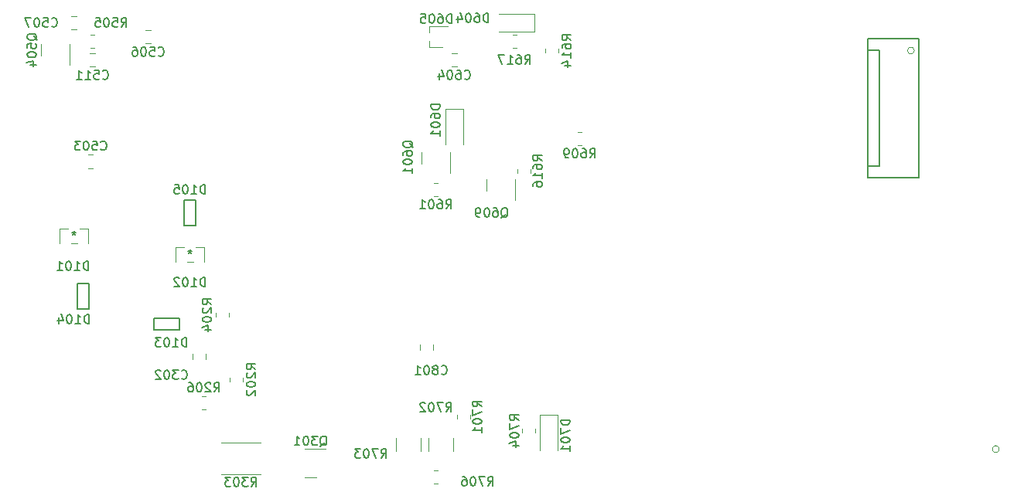
<source format=gbr>
%TF.GenerationSoftware,KiCad,Pcbnew,6.0.2+dfsg-1*%
%TF.CreationDate,2023-01-05T11:37:28-05:00*%
%TF.ProjectId,qwiic-obd,71776969-632d-46f6-9264-2e6b69636164,rev?*%
%TF.SameCoordinates,Original*%
%TF.FileFunction,Legend,Bot*%
%TF.FilePolarity,Positive*%
%FSLAX46Y46*%
G04 Gerber Fmt 4.6, Leading zero omitted, Abs format (unit mm)*
G04 Created by KiCad (PCBNEW 6.0.2+dfsg-1) date 2023-01-05 11:37:28*
%MOMM*%
%LPD*%
G01*
G04 APERTURE LIST*
%ADD10C,0.150000*%
%ADD11C,0.120000*%
%ADD12C,0.127000*%
%ADD13C,0.152400*%
G04 APERTURE END LIST*
D10*
%TO.C,R202*%
X133674380Y-111148952D02*
X133198190Y-110815619D01*
X133674380Y-110577523D02*
X132674380Y-110577523D01*
X132674380Y-110958476D01*
X132722000Y-111053714D01*
X132769619Y-111101333D01*
X132864857Y-111148952D01*
X133007714Y-111148952D01*
X133102952Y-111101333D01*
X133150571Y-111053714D01*
X133198190Y-110958476D01*
X133198190Y-110577523D01*
X132769619Y-111529904D02*
X132722000Y-111577523D01*
X132674380Y-111672761D01*
X132674380Y-111910857D01*
X132722000Y-112006095D01*
X132769619Y-112053714D01*
X132864857Y-112101333D01*
X132960095Y-112101333D01*
X133102952Y-112053714D01*
X133674380Y-111482285D01*
X133674380Y-112101333D01*
X132674380Y-112720380D02*
X132674380Y-112815619D01*
X132722000Y-112910857D01*
X132769619Y-112958476D01*
X132864857Y-113006095D01*
X133055333Y-113053714D01*
X133293428Y-113053714D01*
X133483904Y-113006095D01*
X133579142Y-112958476D01*
X133626761Y-112910857D01*
X133674380Y-112815619D01*
X133674380Y-112720380D01*
X133626761Y-112625142D01*
X133579142Y-112577523D01*
X133483904Y-112529904D01*
X133293428Y-112482285D01*
X133055333Y-112482285D01*
X132864857Y-112529904D01*
X132769619Y-112577523D01*
X132722000Y-112625142D01*
X132674380Y-112720380D01*
X132769619Y-113434666D02*
X132722000Y-113482285D01*
X132674380Y-113577523D01*
X132674380Y-113815619D01*
X132722000Y-113910857D01*
X132769619Y-113958476D01*
X132864857Y-114006095D01*
X132960095Y-114006095D01*
X133102952Y-113958476D01*
X133674380Y-113387047D01*
X133674380Y-114006095D01*
%TO.C,Q504*%
X109767619Y-75073880D02*
X109720000Y-74978642D01*
X109624761Y-74883404D01*
X109481904Y-74740547D01*
X109434285Y-74645309D01*
X109434285Y-74550071D01*
X109672380Y-74597690D02*
X109624761Y-74502452D01*
X109529523Y-74407214D01*
X109339047Y-74359595D01*
X109005714Y-74359595D01*
X108815238Y-74407214D01*
X108720000Y-74502452D01*
X108672380Y-74597690D01*
X108672380Y-74788166D01*
X108720000Y-74883404D01*
X108815238Y-74978642D01*
X109005714Y-75026261D01*
X109339047Y-75026261D01*
X109529523Y-74978642D01*
X109624761Y-74883404D01*
X109672380Y-74788166D01*
X109672380Y-74597690D01*
X108672380Y-75931023D02*
X108672380Y-75454833D01*
X109148571Y-75407214D01*
X109100952Y-75454833D01*
X109053333Y-75550071D01*
X109053333Y-75788166D01*
X109100952Y-75883404D01*
X109148571Y-75931023D01*
X109243809Y-75978642D01*
X109481904Y-75978642D01*
X109577142Y-75931023D01*
X109624761Y-75883404D01*
X109672380Y-75788166D01*
X109672380Y-75550071D01*
X109624761Y-75454833D01*
X109577142Y-75407214D01*
X108672380Y-76597690D02*
X108672380Y-76692928D01*
X108720000Y-76788166D01*
X108767619Y-76835785D01*
X108862857Y-76883404D01*
X109053333Y-76931023D01*
X109291428Y-76931023D01*
X109481904Y-76883404D01*
X109577142Y-76835785D01*
X109624761Y-76788166D01*
X109672380Y-76692928D01*
X109672380Y-76597690D01*
X109624761Y-76502452D01*
X109577142Y-76454833D01*
X109481904Y-76407214D01*
X109291428Y-76359595D01*
X109053333Y-76359595D01*
X108862857Y-76407214D01*
X108767619Y-76454833D01*
X108720000Y-76502452D01*
X108672380Y-76597690D01*
X109005714Y-77788166D02*
X109672380Y-77788166D01*
X108624761Y-77550071D02*
X109339047Y-77311976D01*
X109339047Y-77931023D01*
%TO.C,D101*%
X115386276Y-100275980D02*
X115386276Y-99275980D01*
X115148180Y-99275980D01*
X115005323Y-99323600D01*
X114910085Y-99418838D01*
X114862466Y-99514076D01*
X114814847Y-99704552D01*
X114814847Y-99847409D01*
X114862466Y-100037885D01*
X114910085Y-100133123D01*
X115005323Y-100228361D01*
X115148180Y-100275980D01*
X115386276Y-100275980D01*
X113862466Y-100275980D02*
X114433895Y-100275980D01*
X114148180Y-100275980D02*
X114148180Y-99275980D01*
X114243419Y-99418838D01*
X114338657Y-99514076D01*
X114433895Y-99561695D01*
X113243419Y-99275980D02*
X113148180Y-99275980D01*
X113052942Y-99323600D01*
X113005323Y-99371219D01*
X112957704Y-99466457D01*
X112910085Y-99656933D01*
X112910085Y-99895028D01*
X112957704Y-100085504D01*
X113005323Y-100180742D01*
X113052942Y-100228361D01*
X113148180Y-100275980D01*
X113243419Y-100275980D01*
X113338657Y-100228361D01*
X113386276Y-100180742D01*
X113433895Y-100085504D01*
X113481514Y-99895028D01*
X113481514Y-99656933D01*
X113433895Y-99466457D01*
X113386276Y-99371219D01*
X113338657Y-99323600D01*
X113243419Y-99275980D01*
X111957704Y-100275980D02*
X112529133Y-100275980D01*
X112243419Y-100275980D02*
X112243419Y-99275980D01*
X112338657Y-99418838D01*
X112433895Y-99514076D01*
X112529133Y-99561695D01*
X113792000Y-95972380D02*
X113792000Y-96210476D01*
X114030095Y-96115238D02*
X113792000Y-96210476D01*
X113553904Y-96115238D01*
X113934857Y-96400952D02*
X113792000Y-96210476D01*
X113649142Y-96400952D01*
%TO.C,Q609*%
X160559619Y-94527619D02*
X160654857Y-94480000D01*
X160750095Y-94384761D01*
X160892952Y-94241904D01*
X160988190Y-94194285D01*
X161083428Y-94194285D01*
X161035809Y-94432380D02*
X161131047Y-94384761D01*
X161226285Y-94289523D01*
X161273904Y-94099047D01*
X161273904Y-93765714D01*
X161226285Y-93575238D01*
X161131047Y-93480000D01*
X161035809Y-93432380D01*
X160845333Y-93432380D01*
X160750095Y-93480000D01*
X160654857Y-93575238D01*
X160607238Y-93765714D01*
X160607238Y-94099047D01*
X160654857Y-94289523D01*
X160750095Y-94384761D01*
X160845333Y-94432380D01*
X161035809Y-94432380D01*
X159750095Y-93432380D02*
X159940571Y-93432380D01*
X160035809Y-93480000D01*
X160083428Y-93527619D01*
X160178666Y-93670476D01*
X160226285Y-93860952D01*
X160226285Y-94241904D01*
X160178666Y-94337142D01*
X160131047Y-94384761D01*
X160035809Y-94432380D01*
X159845333Y-94432380D01*
X159750095Y-94384761D01*
X159702476Y-94337142D01*
X159654857Y-94241904D01*
X159654857Y-94003809D01*
X159702476Y-93908571D01*
X159750095Y-93860952D01*
X159845333Y-93813333D01*
X160035809Y-93813333D01*
X160131047Y-93860952D01*
X160178666Y-93908571D01*
X160226285Y-94003809D01*
X159035809Y-93432380D02*
X158940571Y-93432380D01*
X158845333Y-93480000D01*
X158797714Y-93527619D01*
X158750095Y-93622857D01*
X158702476Y-93813333D01*
X158702476Y-94051428D01*
X158750095Y-94241904D01*
X158797714Y-94337142D01*
X158845333Y-94384761D01*
X158940571Y-94432380D01*
X159035809Y-94432380D01*
X159131047Y-94384761D01*
X159178666Y-94337142D01*
X159226285Y-94241904D01*
X159273904Y-94051428D01*
X159273904Y-93813333D01*
X159226285Y-93622857D01*
X159178666Y-93527619D01*
X159131047Y-93480000D01*
X159035809Y-93432380D01*
X158226285Y-94432380D02*
X158035809Y-94432380D01*
X157940571Y-94384761D01*
X157892952Y-94337142D01*
X157797714Y-94194285D01*
X157750095Y-94003809D01*
X157750095Y-93622857D01*
X157797714Y-93527619D01*
X157845333Y-93480000D01*
X157940571Y-93432380D01*
X158131047Y-93432380D01*
X158226285Y-93480000D01*
X158273904Y-93527619D01*
X158321523Y-93622857D01*
X158321523Y-93860952D01*
X158273904Y-93956190D01*
X158226285Y-94003809D01*
X158131047Y-94051428D01*
X157940571Y-94051428D01*
X157845333Y-94003809D01*
X157797714Y-93956190D01*
X157750095Y-93860952D01*
%TO.C,D103*%
X126150476Y-108656380D02*
X126150476Y-107656380D01*
X125912380Y-107656380D01*
X125769523Y-107704000D01*
X125674285Y-107799238D01*
X125626666Y-107894476D01*
X125579047Y-108084952D01*
X125579047Y-108227809D01*
X125626666Y-108418285D01*
X125674285Y-108513523D01*
X125769523Y-108608761D01*
X125912380Y-108656380D01*
X126150476Y-108656380D01*
X124626666Y-108656380D02*
X125198095Y-108656380D01*
X124912380Y-108656380D02*
X124912380Y-107656380D01*
X125007619Y-107799238D01*
X125102857Y-107894476D01*
X125198095Y-107942095D01*
X124007619Y-107656380D02*
X123912380Y-107656380D01*
X123817142Y-107704000D01*
X123769523Y-107751619D01*
X123721904Y-107846857D01*
X123674285Y-108037333D01*
X123674285Y-108275428D01*
X123721904Y-108465904D01*
X123769523Y-108561142D01*
X123817142Y-108608761D01*
X123912380Y-108656380D01*
X124007619Y-108656380D01*
X124102857Y-108608761D01*
X124150476Y-108561142D01*
X124198095Y-108465904D01*
X124245714Y-108275428D01*
X124245714Y-108037333D01*
X124198095Y-107846857D01*
X124150476Y-107751619D01*
X124102857Y-107704000D01*
X124007619Y-107656380D01*
X123340952Y-107656380D02*
X122721904Y-107656380D01*
X123055238Y-108037333D01*
X122912380Y-108037333D01*
X122817142Y-108084952D01*
X122769523Y-108132571D01*
X122721904Y-108227809D01*
X122721904Y-108465904D01*
X122769523Y-108561142D01*
X122817142Y-108608761D01*
X122912380Y-108656380D01*
X123198095Y-108656380D01*
X123293333Y-108608761D01*
X123340952Y-108561142D01*
%TO.C,Q301*%
X140747619Y-119559619D02*
X140842857Y-119512000D01*
X140938095Y-119416761D01*
X141080952Y-119273904D01*
X141176190Y-119226285D01*
X141271428Y-119226285D01*
X141223809Y-119464380D02*
X141319047Y-119416761D01*
X141414285Y-119321523D01*
X141461904Y-119131047D01*
X141461904Y-118797714D01*
X141414285Y-118607238D01*
X141319047Y-118512000D01*
X141223809Y-118464380D01*
X141033333Y-118464380D01*
X140938095Y-118512000D01*
X140842857Y-118607238D01*
X140795238Y-118797714D01*
X140795238Y-119131047D01*
X140842857Y-119321523D01*
X140938095Y-119416761D01*
X141033333Y-119464380D01*
X141223809Y-119464380D01*
X140461904Y-118464380D02*
X139842857Y-118464380D01*
X140176190Y-118845333D01*
X140033333Y-118845333D01*
X139938095Y-118892952D01*
X139890476Y-118940571D01*
X139842857Y-119035809D01*
X139842857Y-119273904D01*
X139890476Y-119369142D01*
X139938095Y-119416761D01*
X140033333Y-119464380D01*
X140319047Y-119464380D01*
X140414285Y-119416761D01*
X140461904Y-119369142D01*
X139223809Y-118464380D02*
X139128571Y-118464380D01*
X139033333Y-118512000D01*
X138985714Y-118559619D01*
X138938095Y-118654857D01*
X138890476Y-118845333D01*
X138890476Y-119083428D01*
X138938095Y-119273904D01*
X138985714Y-119369142D01*
X139033333Y-119416761D01*
X139128571Y-119464380D01*
X139223809Y-119464380D01*
X139319047Y-119416761D01*
X139366666Y-119369142D01*
X139414285Y-119273904D01*
X139461904Y-119083428D01*
X139461904Y-118845333D01*
X139414285Y-118654857D01*
X139366666Y-118559619D01*
X139319047Y-118512000D01*
X139223809Y-118464380D01*
X137938095Y-119464380D02*
X138509523Y-119464380D01*
X138223809Y-119464380D02*
X138223809Y-118464380D01*
X138319047Y-118607238D01*
X138414285Y-118702476D01*
X138509523Y-118750095D01*
%TO.C,C302*%
X125579047Y-112117142D02*
X125626666Y-112164761D01*
X125769523Y-112212380D01*
X125864761Y-112212380D01*
X126007619Y-112164761D01*
X126102857Y-112069523D01*
X126150476Y-111974285D01*
X126198095Y-111783809D01*
X126198095Y-111640952D01*
X126150476Y-111450476D01*
X126102857Y-111355238D01*
X126007619Y-111260000D01*
X125864761Y-111212380D01*
X125769523Y-111212380D01*
X125626666Y-111260000D01*
X125579047Y-111307619D01*
X125245714Y-111212380D02*
X124626666Y-111212380D01*
X124960000Y-111593333D01*
X124817142Y-111593333D01*
X124721904Y-111640952D01*
X124674285Y-111688571D01*
X124626666Y-111783809D01*
X124626666Y-112021904D01*
X124674285Y-112117142D01*
X124721904Y-112164761D01*
X124817142Y-112212380D01*
X125102857Y-112212380D01*
X125198095Y-112164761D01*
X125245714Y-112117142D01*
X124007619Y-111212380D02*
X123912380Y-111212380D01*
X123817142Y-111260000D01*
X123769523Y-111307619D01*
X123721904Y-111402857D01*
X123674285Y-111593333D01*
X123674285Y-111831428D01*
X123721904Y-112021904D01*
X123769523Y-112117142D01*
X123817142Y-112164761D01*
X123912380Y-112212380D01*
X124007619Y-112212380D01*
X124102857Y-112164761D01*
X124150476Y-112117142D01*
X124198095Y-112021904D01*
X124245714Y-111831428D01*
X124245714Y-111593333D01*
X124198095Y-111402857D01*
X124150476Y-111307619D01*
X124102857Y-111260000D01*
X124007619Y-111212380D01*
X123293333Y-111307619D02*
X123245714Y-111260000D01*
X123150476Y-111212380D01*
X122912380Y-111212380D01*
X122817142Y-111260000D01*
X122769523Y-111307619D01*
X122721904Y-111402857D01*
X122721904Y-111498095D01*
X122769523Y-111640952D01*
X123340952Y-112212380D01*
X122721904Y-112212380D01*
%TO.C,R706*%
X159107047Y-123896380D02*
X159440380Y-123420190D01*
X159678476Y-123896380D02*
X159678476Y-122896380D01*
X159297523Y-122896380D01*
X159202285Y-122944000D01*
X159154666Y-122991619D01*
X159107047Y-123086857D01*
X159107047Y-123229714D01*
X159154666Y-123324952D01*
X159202285Y-123372571D01*
X159297523Y-123420190D01*
X159678476Y-123420190D01*
X158773714Y-122896380D02*
X158107047Y-122896380D01*
X158535619Y-123896380D01*
X157535619Y-122896380D02*
X157440380Y-122896380D01*
X157345142Y-122944000D01*
X157297523Y-122991619D01*
X157249904Y-123086857D01*
X157202285Y-123277333D01*
X157202285Y-123515428D01*
X157249904Y-123705904D01*
X157297523Y-123801142D01*
X157345142Y-123848761D01*
X157440380Y-123896380D01*
X157535619Y-123896380D01*
X157630857Y-123848761D01*
X157678476Y-123801142D01*
X157726095Y-123705904D01*
X157773714Y-123515428D01*
X157773714Y-123277333D01*
X157726095Y-123086857D01*
X157678476Y-122991619D01*
X157630857Y-122944000D01*
X157535619Y-122896380D01*
X156345142Y-122896380D02*
X156535619Y-122896380D01*
X156630857Y-122944000D01*
X156678476Y-122991619D01*
X156773714Y-123134476D01*
X156821333Y-123324952D01*
X156821333Y-123705904D01*
X156773714Y-123801142D01*
X156726095Y-123848761D01*
X156630857Y-123896380D01*
X156440380Y-123896380D01*
X156345142Y-123848761D01*
X156297523Y-123801142D01*
X156249904Y-123705904D01*
X156249904Y-123467809D01*
X156297523Y-123372571D01*
X156345142Y-123324952D01*
X156440380Y-123277333D01*
X156630857Y-123277333D01*
X156726095Y-123324952D01*
X156773714Y-123372571D01*
X156821333Y-123467809D01*
%TO.C,C506*%
X123039047Y-76713142D02*
X123086666Y-76760761D01*
X123229523Y-76808380D01*
X123324761Y-76808380D01*
X123467619Y-76760761D01*
X123562857Y-76665523D01*
X123610476Y-76570285D01*
X123658095Y-76379809D01*
X123658095Y-76236952D01*
X123610476Y-76046476D01*
X123562857Y-75951238D01*
X123467619Y-75856000D01*
X123324761Y-75808380D01*
X123229523Y-75808380D01*
X123086666Y-75856000D01*
X123039047Y-75903619D01*
X122134285Y-75808380D02*
X122610476Y-75808380D01*
X122658095Y-76284571D01*
X122610476Y-76236952D01*
X122515238Y-76189333D01*
X122277142Y-76189333D01*
X122181904Y-76236952D01*
X122134285Y-76284571D01*
X122086666Y-76379809D01*
X122086666Y-76617904D01*
X122134285Y-76713142D01*
X122181904Y-76760761D01*
X122277142Y-76808380D01*
X122515238Y-76808380D01*
X122610476Y-76760761D01*
X122658095Y-76713142D01*
X121467619Y-75808380D02*
X121372380Y-75808380D01*
X121277142Y-75856000D01*
X121229523Y-75903619D01*
X121181904Y-75998857D01*
X121134285Y-76189333D01*
X121134285Y-76427428D01*
X121181904Y-76617904D01*
X121229523Y-76713142D01*
X121277142Y-76760761D01*
X121372380Y-76808380D01*
X121467619Y-76808380D01*
X121562857Y-76760761D01*
X121610476Y-76713142D01*
X121658095Y-76617904D01*
X121705714Y-76427428D01*
X121705714Y-76189333D01*
X121658095Y-75998857D01*
X121610476Y-75903619D01*
X121562857Y-75856000D01*
X121467619Y-75808380D01*
X120277142Y-75808380D02*
X120467619Y-75808380D01*
X120562857Y-75856000D01*
X120610476Y-75903619D01*
X120705714Y-76046476D01*
X120753333Y-76236952D01*
X120753333Y-76617904D01*
X120705714Y-76713142D01*
X120658095Y-76760761D01*
X120562857Y-76808380D01*
X120372380Y-76808380D01*
X120277142Y-76760761D01*
X120229523Y-76713142D01*
X120181904Y-76617904D01*
X120181904Y-76379809D01*
X120229523Y-76284571D01*
X120277142Y-76236952D01*
X120372380Y-76189333D01*
X120562857Y-76189333D01*
X120658095Y-76236952D01*
X120705714Y-76284571D01*
X120753333Y-76379809D01*
%TO.C,R204*%
X128850380Y-104036952D02*
X128374190Y-103703619D01*
X128850380Y-103465523D02*
X127850380Y-103465523D01*
X127850380Y-103846476D01*
X127898000Y-103941714D01*
X127945619Y-103989333D01*
X128040857Y-104036952D01*
X128183714Y-104036952D01*
X128278952Y-103989333D01*
X128326571Y-103941714D01*
X128374190Y-103846476D01*
X128374190Y-103465523D01*
X127945619Y-104417904D02*
X127898000Y-104465523D01*
X127850380Y-104560761D01*
X127850380Y-104798857D01*
X127898000Y-104894095D01*
X127945619Y-104941714D01*
X128040857Y-104989333D01*
X128136095Y-104989333D01*
X128278952Y-104941714D01*
X128850380Y-104370285D01*
X128850380Y-104989333D01*
X127850380Y-105608380D02*
X127850380Y-105703619D01*
X127898000Y-105798857D01*
X127945619Y-105846476D01*
X128040857Y-105894095D01*
X128231333Y-105941714D01*
X128469428Y-105941714D01*
X128659904Y-105894095D01*
X128755142Y-105846476D01*
X128802761Y-105798857D01*
X128850380Y-105703619D01*
X128850380Y-105608380D01*
X128802761Y-105513142D01*
X128755142Y-105465523D01*
X128659904Y-105417904D01*
X128469428Y-105370285D01*
X128231333Y-105370285D01*
X128040857Y-105417904D01*
X127945619Y-105465523D01*
X127898000Y-105513142D01*
X127850380Y-105608380D01*
X128183714Y-106798857D02*
X128850380Y-106798857D01*
X127802761Y-106560761D02*
X128517047Y-106322666D01*
X128517047Y-106941714D01*
%TO.C,R206*%
X129135047Y-113610380D02*
X129468380Y-113134190D01*
X129706476Y-113610380D02*
X129706476Y-112610380D01*
X129325523Y-112610380D01*
X129230285Y-112658000D01*
X129182666Y-112705619D01*
X129135047Y-112800857D01*
X129135047Y-112943714D01*
X129182666Y-113038952D01*
X129230285Y-113086571D01*
X129325523Y-113134190D01*
X129706476Y-113134190D01*
X128754095Y-112705619D02*
X128706476Y-112658000D01*
X128611238Y-112610380D01*
X128373142Y-112610380D01*
X128277904Y-112658000D01*
X128230285Y-112705619D01*
X128182666Y-112800857D01*
X128182666Y-112896095D01*
X128230285Y-113038952D01*
X128801714Y-113610380D01*
X128182666Y-113610380D01*
X127563619Y-112610380D02*
X127468380Y-112610380D01*
X127373142Y-112658000D01*
X127325523Y-112705619D01*
X127277904Y-112800857D01*
X127230285Y-112991333D01*
X127230285Y-113229428D01*
X127277904Y-113419904D01*
X127325523Y-113515142D01*
X127373142Y-113562761D01*
X127468380Y-113610380D01*
X127563619Y-113610380D01*
X127658857Y-113562761D01*
X127706476Y-113515142D01*
X127754095Y-113419904D01*
X127801714Y-113229428D01*
X127801714Y-112991333D01*
X127754095Y-112800857D01*
X127706476Y-112705619D01*
X127658857Y-112658000D01*
X127563619Y-112610380D01*
X126373142Y-112610380D02*
X126563619Y-112610380D01*
X126658857Y-112658000D01*
X126706476Y-112705619D01*
X126801714Y-112848476D01*
X126849333Y-113038952D01*
X126849333Y-113419904D01*
X126801714Y-113515142D01*
X126754095Y-113562761D01*
X126658857Y-113610380D01*
X126468380Y-113610380D01*
X126373142Y-113562761D01*
X126325523Y-113515142D01*
X126277904Y-113419904D01*
X126277904Y-113181809D01*
X126325523Y-113086571D01*
X126373142Y-113038952D01*
X126468380Y-112991333D01*
X126658857Y-112991333D01*
X126754095Y-113038952D01*
X126801714Y-113086571D01*
X126849333Y-113181809D01*
%TO.C,D104*%
X115482476Y-106116380D02*
X115482476Y-105116380D01*
X115244380Y-105116380D01*
X115101523Y-105164000D01*
X115006285Y-105259238D01*
X114958666Y-105354476D01*
X114911047Y-105544952D01*
X114911047Y-105687809D01*
X114958666Y-105878285D01*
X115006285Y-105973523D01*
X115101523Y-106068761D01*
X115244380Y-106116380D01*
X115482476Y-106116380D01*
X113958666Y-106116380D02*
X114530095Y-106116380D01*
X114244380Y-106116380D02*
X114244380Y-105116380D01*
X114339619Y-105259238D01*
X114434857Y-105354476D01*
X114530095Y-105402095D01*
X113339619Y-105116380D02*
X113244380Y-105116380D01*
X113149142Y-105164000D01*
X113101523Y-105211619D01*
X113053904Y-105306857D01*
X113006285Y-105497333D01*
X113006285Y-105735428D01*
X113053904Y-105925904D01*
X113101523Y-106021142D01*
X113149142Y-106068761D01*
X113244380Y-106116380D01*
X113339619Y-106116380D01*
X113434857Y-106068761D01*
X113482476Y-106021142D01*
X113530095Y-105925904D01*
X113577714Y-105735428D01*
X113577714Y-105497333D01*
X113530095Y-105306857D01*
X113482476Y-105211619D01*
X113434857Y-105164000D01*
X113339619Y-105116380D01*
X112149142Y-105449714D02*
X112149142Y-106116380D01*
X112387238Y-105068761D02*
X112625333Y-105783047D01*
X112006285Y-105783047D01*
%TO.C,R617*%
X163171047Y-77668380D02*
X163504380Y-77192190D01*
X163742476Y-77668380D02*
X163742476Y-76668380D01*
X163361523Y-76668380D01*
X163266285Y-76716000D01*
X163218666Y-76763619D01*
X163171047Y-76858857D01*
X163171047Y-77001714D01*
X163218666Y-77096952D01*
X163266285Y-77144571D01*
X163361523Y-77192190D01*
X163742476Y-77192190D01*
X162313904Y-76668380D02*
X162504380Y-76668380D01*
X162599619Y-76716000D01*
X162647238Y-76763619D01*
X162742476Y-76906476D01*
X162790095Y-77096952D01*
X162790095Y-77477904D01*
X162742476Y-77573142D01*
X162694857Y-77620761D01*
X162599619Y-77668380D01*
X162409142Y-77668380D01*
X162313904Y-77620761D01*
X162266285Y-77573142D01*
X162218666Y-77477904D01*
X162218666Y-77239809D01*
X162266285Y-77144571D01*
X162313904Y-77096952D01*
X162409142Y-77049333D01*
X162599619Y-77049333D01*
X162694857Y-77096952D01*
X162742476Y-77144571D01*
X162790095Y-77239809D01*
X161266285Y-77668380D02*
X161837714Y-77668380D01*
X161552000Y-77668380D02*
X161552000Y-76668380D01*
X161647238Y-76811238D01*
X161742476Y-76906476D01*
X161837714Y-76954095D01*
X160932952Y-76668380D02*
X160266285Y-76668380D01*
X160694857Y-77668380D01*
%TO.C,D604*%
X159170476Y-73096380D02*
X159170476Y-72096380D01*
X158932380Y-72096380D01*
X158789523Y-72144000D01*
X158694285Y-72239238D01*
X158646666Y-72334476D01*
X158599047Y-72524952D01*
X158599047Y-72667809D01*
X158646666Y-72858285D01*
X158694285Y-72953523D01*
X158789523Y-73048761D01*
X158932380Y-73096380D01*
X159170476Y-73096380D01*
X157741904Y-72096380D02*
X157932380Y-72096380D01*
X158027619Y-72144000D01*
X158075238Y-72191619D01*
X158170476Y-72334476D01*
X158218095Y-72524952D01*
X158218095Y-72905904D01*
X158170476Y-73001142D01*
X158122857Y-73048761D01*
X158027619Y-73096380D01*
X157837142Y-73096380D01*
X157741904Y-73048761D01*
X157694285Y-73001142D01*
X157646666Y-72905904D01*
X157646666Y-72667809D01*
X157694285Y-72572571D01*
X157741904Y-72524952D01*
X157837142Y-72477333D01*
X158027619Y-72477333D01*
X158122857Y-72524952D01*
X158170476Y-72572571D01*
X158218095Y-72667809D01*
X157027619Y-72096380D02*
X156932380Y-72096380D01*
X156837142Y-72144000D01*
X156789523Y-72191619D01*
X156741904Y-72286857D01*
X156694285Y-72477333D01*
X156694285Y-72715428D01*
X156741904Y-72905904D01*
X156789523Y-73001142D01*
X156837142Y-73048761D01*
X156932380Y-73096380D01*
X157027619Y-73096380D01*
X157122857Y-73048761D01*
X157170476Y-73001142D01*
X157218095Y-72905904D01*
X157265714Y-72715428D01*
X157265714Y-72477333D01*
X157218095Y-72286857D01*
X157170476Y-72191619D01*
X157122857Y-72144000D01*
X157027619Y-72096380D01*
X155837142Y-72429714D02*
X155837142Y-73096380D01*
X156075238Y-72048761D02*
X156313333Y-72763047D01*
X155694285Y-72763047D01*
%TO.C,R614*%
X168218380Y-75080952D02*
X167742190Y-74747619D01*
X168218380Y-74509523D02*
X167218380Y-74509523D01*
X167218380Y-74890476D01*
X167266000Y-74985714D01*
X167313619Y-75033333D01*
X167408857Y-75080952D01*
X167551714Y-75080952D01*
X167646952Y-75033333D01*
X167694571Y-74985714D01*
X167742190Y-74890476D01*
X167742190Y-74509523D01*
X167218380Y-75938095D02*
X167218380Y-75747619D01*
X167266000Y-75652380D01*
X167313619Y-75604761D01*
X167456476Y-75509523D01*
X167646952Y-75461904D01*
X168027904Y-75461904D01*
X168123142Y-75509523D01*
X168170761Y-75557142D01*
X168218380Y-75652380D01*
X168218380Y-75842857D01*
X168170761Y-75938095D01*
X168123142Y-75985714D01*
X168027904Y-76033333D01*
X167789809Y-76033333D01*
X167694571Y-75985714D01*
X167646952Y-75938095D01*
X167599333Y-75842857D01*
X167599333Y-75652380D01*
X167646952Y-75557142D01*
X167694571Y-75509523D01*
X167789809Y-75461904D01*
X168218380Y-76985714D02*
X168218380Y-76414285D01*
X168218380Y-76700000D02*
X167218380Y-76700000D01*
X167361238Y-76604761D01*
X167456476Y-76509523D01*
X167504095Y-76414285D01*
X167551714Y-77842857D02*
X168218380Y-77842857D01*
X167170761Y-77604761D02*
X167885047Y-77366666D01*
X167885047Y-77985714D01*
%TO.C,D105*%
X128182476Y-91892380D02*
X128182476Y-90892380D01*
X127944380Y-90892380D01*
X127801523Y-90940000D01*
X127706285Y-91035238D01*
X127658666Y-91130476D01*
X127611047Y-91320952D01*
X127611047Y-91463809D01*
X127658666Y-91654285D01*
X127706285Y-91749523D01*
X127801523Y-91844761D01*
X127944380Y-91892380D01*
X128182476Y-91892380D01*
X126658666Y-91892380D02*
X127230095Y-91892380D01*
X126944380Y-91892380D02*
X126944380Y-90892380D01*
X127039619Y-91035238D01*
X127134857Y-91130476D01*
X127230095Y-91178095D01*
X126039619Y-90892380D02*
X125944380Y-90892380D01*
X125849142Y-90940000D01*
X125801523Y-90987619D01*
X125753904Y-91082857D01*
X125706285Y-91273333D01*
X125706285Y-91511428D01*
X125753904Y-91701904D01*
X125801523Y-91797142D01*
X125849142Y-91844761D01*
X125944380Y-91892380D01*
X126039619Y-91892380D01*
X126134857Y-91844761D01*
X126182476Y-91797142D01*
X126230095Y-91701904D01*
X126277714Y-91511428D01*
X126277714Y-91273333D01*
X126230095Y-91082857D01*
X126182476Y-90987619D01*
X126134857Y-90940000D01*
X126039619Y-90892380D01*
X124801523Y-90892380D02*
X125277714Y-90892380D01*
X125325333Y-91368571D01*
X125277714Y-91320952D01*
X125182476Y-91273333D01*
X124944380Y-91273333D01*
X124849142Y-91320952D01*
X124801523Y-91368571D01*
X124753904Y-91463809D01*
X124753904Y-91701904D01*
X124801523Y-91797142D01*
X124849142Y-91844761D01*
X124944380Y-91892380D01*
X125182476Y-91892380D01*
X125277714Y-91844761D01*
X125325333Y-91797142D01*
%TO.C,C604*%
X156567047Y-79253142D02*
X156614666Y-79300761D01*
X156757523Y-79348380D01*
X156852761Y-79348380D01*
X156995619Y-79300761D01*
X157090857Y-79205523D01*
X157138476Y-79110285D01*
X157186095Y-78919809D01*
X157186095Y-78776952D01*
X157138476Y-78586476D01*
X157090857Y-78491238D01*
X156995619Y-78396000D01*
X156852761Y-78348380D01*
X156757523Y-78348380D01*
X156614666Y-78396000D01*
X156567047Y-78443619D01*
X155709904Y-78348380D02*
X155900380Y-78348380D01*
X155995619Y-78396000D01*
X156043238Y-78443619D01*
X156138476Y-78586476D01*
X156186095Y-78776952D01*
X156186095Y-79157904D01*
X156138476Y-79253142D01*
X156090857Y-79300761D01*
X155995619Y-79348380D01*
X155805142Y-79348380D01*
X155709904Y-79300761D01*
X155662285Y-79253142D01*
X155614666Y-79157904D01*
X155614666Y-78919809D01*
X155662285Y-78824571D01*
X155709904Y-78776952D01*
X155805142Y-78729333D01*
X155995619Y-78729333D01*
X156090857Y-78776952D01*
X156138476Y-78824571D01*
X156186095Y-78919809D01*
X154995619Y-78348380D02*
X154900380Y-78348380D01*
X154805142Y-78396000D01*
X154757523Y-78443619D01*
X154709904Y-78538857D01*
X154662285Y-78729333D01*
X154662285Y-78967428D01*
X154709904Y-79157904D01*
X154757523Y-79253142D01*
X154805142Y-79300761D01*
X154900380Y-79348380D01*
X154995619Y-79348380D01*
X155090857Y-79300761D01*
X155138476Y-79253142D01*
X155186095Y-79157904D01*
X155233714Y-78967428D01*
X155233714Y-78729333D01*
X155186095Y-78538857D01*
X155138476Y-78443619D01*
X155090857Y-78396000D01*
X154995619Y-78348380D01*
X153805142Y-78681714D02*
X153805142Y-79348380D01*
X154043238Y-78300761D02*
X154281333Y-79015047D01*
X153662285Y-79015047D01*
%TO.C,D605*%
X155156476Y-73178380D02*
X155156476Y-72178380D01*
X154918380Y-72178380D01*
X154775523Y-72226000D01*
X154680285Y-72321238D01*
X154632666Y-72416476D01*
X154585047Y-72606952D01*
X154585047Y-72749809D01*
X154632666Y-72940285D01*
X154680285Y-73035523D01*
X154775523Y-73130761D01*
X154918380Y-73178380D01*
X155156476Y-73178380D01*
X153727904Y-72178380D02*
X153918380Y-72178380D01*
X154013619Y-72226000D01*
X154061238Y-72273619D01*
X154156476Y-72416476D01*
X154204095Y-72606952D01*
X154204095Y-72987904D01*
X154156476Y-73083142D01*
X154108857Y-73130761D01*
X154013619Y-73178380D01*
X153823142Y-73178380D01*
X153727904Y-73130761D01*
X153680285Y-73083142D01*
X153632666Y-72987904D01*
X153632666Y-72749809D01*
X153680285Y-72654571D01*
X153727904Y-72606952D01*
X153823142Y-72559333D01*
X154013619Y-72559333D01*
X154108857Y-72606952D01*
X154156476Y-72654571D01*
X154204095Y-72749809D01*
X153013619Y-72178380D02*
X152918380Y-72178380D01*
X152823142Y-72226000D01*
X152775523Y-72273619D01*
X152727904Y-72368857D01*
X152680285Y-72559333D01*
X152680285Y-72797428D01*
X152727904Y-72987904D01*
X152775523Y-73083142D01*
X152823142Y-73130761D01*
X152918380Y-73178380D01*
X153013619Y-73178380D01*
X153108857Y-73130761D01*
X153156476Y-73083142D01*
X153204095Y-72987904D01*
X153251714Y-72797428D01*
X153251714Y-72559333D01*
X153204095Y-72368857D01*
X153156476Y-72273619D01*
X153108857Y-72226000D01*
X153013619Y-72178380D01*
X151775523Y-72178380D02*
X152251714Y-72178380D01*
X152299333Y-72654571D01*
X152251714Y-72606952D01*
X152156476Y-72559333D01*
X151918380Y-72559333D01*
X151823142Y-72606952D01*
X151775523Y-72654571D01*
X151727904Y-72749809D01*
X151727904Y-72987904D01*
X151775523Y-73083142D01*
X151823142Y-73130761D01*
X151918380Y-73178380D01*
X152156476Y-73178380D01*
X152251714Y-73130761D01*
X152299333Y-73083142D01*
%TO.C,R601*%
X154535047Y-93542380D02*
X154868380Y-93066190D01*
X155106476Y-93542380D02*
X155106476Y-92542380D01*
X154725523Y-92542380D01*
X154630285Y-92590000D01*
X154582666Y-92637619D01*
X154535047Y-92732857D01*
X154535047Y-92875714D01*
X154582666Y-92970952D01*
X154630285Y-93018571D01*
X154725523Y-93066190D01*
X155106476Y-93066190D01*
X153677904Y-92542380D02*
X153868380Y-92542380D01*
X153963619Y-92590000D01*
X154011238Y-92637619D01*
X154106476Y-92780476D01*
X154154095Y-92970952D01*
X154154095Y-93351904D01*
X154106476Y-93447142D01*
X154058857Y-93494761D01*
X153963619Y-93542380D01*
X153773142Y-93542380D01*
X153677904Y-93494761D01*
X153630285Y-93447142D01*
X153582666Y-93351904D01*
X153582666Y-93113809D01*
X153630285Y-93018571D01*
X153677904Y-92970952D01*
X153773142Y-92923333D01*
X153963619Y-92923333D01*
X154058857Y-92970952D01*
X154106476Y-93018571D01*
X154154095Y-93113809D01*
X152963619Y-92542380D02*
X152868380Y-92542380D01*
X152773142Y-92590000D01*
X152725523Y-92637619D01*
X152677904Y-92732857D01*
X152630285Y-92923333D01*
X152630285Y-93161428D01*
X152677904Y-93351904D01*
X152725523Y-93447142D01*
X152773142Y-93494761D01*
X152868380Y-93542380D01*
X152963619Y-93542380D01*
X153058857Y-93494761D01*
X153106476Y-93447142D01*
X153154095Y-93351904D01*
X153201714Y-93161428D01*
X153201714Y-92923333D01*
X153154095Y-92732857D01*
X153106476Y-92637619D01*
X153058857Y-92590000D01*
X152963619Y-92542380D01*
X151677904Y-93542380D02*
X152249333Y-93542380D01*
X151963619Y-93542380D02*
X151963619Y-92542380D01*
X152058857Y-92685238D01*
X152154095Y-92780476D01*
X152249333Y-92828095D01*
%TO.C,D701*%
X168092380Y-116677645D02*
X167092380Y-116677645D01*
X167092380Y-116915741D01*
X167140000Y-117058598D01*
X167235238Y-117153836D01*
X167330476Y-117201455D01*
X167520952Y-117249074D01*
X167663809Y-117249074D01*
X167854285Y-117201455D01*
X167949523Y-117153836D01*
X168044761Y-117058598D01*
X168092380Y-116915741D01*
X168092380Y-116677645D01*
X167092380Y-117582407D02*
X167092380Y-118249074D01*
X168092380Y-117820502D01*
X167092380Y-118820502D02*
X167092380Y-118915741D01*
X167140000Y-119010979D01*
X167187619Y-119058598D01*
X167282857Y-119106217D01*
X167473333Y-119153836D01*
X167711428Y-119153836D01*
X167901904Y-119106217D01*
X167997142Y-119058598D01*
X168044761Y-119010979D01*
X168092380Y-118915741D01*
X168092380Y-118820502D01*
X168044761Y-118725264D01*
X167997142Y-118677645D01*
X167901904Y-118630026D01*
X167711428Y-118582407D01*
X167473333Y-118582407D01*
X167282857Y-118630026D01*
X167187619Y-118677645D01*
X167140000Y-118725264D01*
X167092380Y-118820502D01*
X168092380Y-120106217D02*
X168092380Y-119534788D01*
X168092380Y-119820502D02*
X167092380Y-119820502D01*
X167235238Y-119725264D01*
X167330476Y-119630026D01*
X167378095Y-119534788D01*
%TO.C,R505*%
X118975047Y-73604380D02*
X119308380Y-73128190D01*
X119546476Y-73604380D02*
X119546476Y-72604380D01*
X119165523Y-72604380D01*
X119070285Y-72652000D01*
X119022666Y-72699619D01*
X118975047Y-72794857D01*
X118975047Y-72937714D01*
X119022666Y-73032952D01*
X119070285Y-73080571D01*
X119165523Y-73128190D01*
X119546476Y-73128190D01*
X118070285Y-72604380D02*
X118546476Y-72604380D01*
X118594095Y-73080571D01*
X118546476Y-73032952D01*
X118451238Y-72985333D01*
X118213142Y-72985333D01*
X118117904Y-73032952D01*
X118070285Y-73080571D01*
X118022666Y-73175809D01*
X118022666Y-73413904D01*
X118070285Y-73509142D01*
X118117904Y-73556761D01*
X118213142Y-73604380D01*
X118451238Y-73604380D01*
X118546476Y-73556761D01*
X118594095Y-73509142D01*
X117403619Y-72604380D02*
X117308380Y-72604380D01*
X117213142Y-72652000D01*
X117165523Y-72699619D01*
X117117904Y-72794857D01*
X117070285Y-72985333D01*
X117070285Y-73223428D01*
X117117904Y-73413904D01*
X117165523Y-73509142D01*
X117213142Y-73556761D01*
X117308380Y-73604380D01*
X117403619Y-73604380D01*
X117498857Y-73556761D01*
X117546476Y-73509142D01*
X117594095Y-73413904D01*
X117641714Y-73223428D01*
X117641714Y-72985333D01*
X117594095Y-72794857D01*
X117546476Y-72699619D01*
X117498857Y-72652000D01*
X117403619Y-72604380D01*
X116165523Y-72604380D02*
X116641714Y-72604380D01*
X116689333Y-73080571D01*
X116641714Y-73032952D01*
X116546476Y-72985333D01*
X116308380Y-72985333D01*
X116213142Y-73032952D01*
X116165523Y-73080571D01*
X116117904Y-73175809D01*
X116117904Y-73413904D01*
X116165523Y-73509142D01*
X116213142Y-73556761D01*
X116308380Y-73604380D01*
X116546476Y-73604380D01*
X116641714Y-73556761D01*
X116689333Y-73509142D01*
%TO.C,R702*%
X154535047Y-115768380D02*
X154868380Y-115292190D01*
X155106476Y-115768380D02*
X155106476Y-114768380D01*
X154725523Y-114768380D01*
X154630285Y-114816000D01*
X154582666Y-114863619D01*
X154535047Y-114958857D01*
X154535047Y-115101714D01*
X154582666Y-115196952D01*
X154630285Y-115244571D01*
X154725523Y-115292190D01*
X155106476Y-115292190D01*
X154201714Y-114768380D02*
X153535047Y-114768380D01*
X153963619Y-115768380D01*
X152963619Y-114768380D02*
X152868380Y-114768380D01*
X152773142Y-114816000D01*
X152725523Y-114863619D01*
X152677904Y-114958857D01*
X152630285Y-115149333D01*
X152630285Y-115387428D01*
X152677904Y-115577904D01*
X152725523Y-115673142D01*
X152773142Y-115720761D01*
X152868380Y-115768380D01*
X152963619Y-115768380D01*
X153058857Y-115720761D01*
X153106476Y-115673142D01*
X153154095Y-115577904D01*
X153201714Y-115387428D01*
X153201714Y-115149333D01*
X153154095Y-114958857D01*
X153106476Y-114863619D01*
X153058857Y-114816000D01*
X152963619Y-114768380D01*
X152249333Y-114863619D02*
X152201714Y-114816000D01*
X152106476Y-114768380D01*
X151868380Y-114768380D01*
X151773142Y-114816000D01*
X151725523Y-114863619D01*
X151677904Y-114958857D01*
X151677904Y-115054095D01*
X151725523Y-115196952D01*
X152296952Y-115768380D01*
X151677904Y-115768380D01*
%TO.C,C801*%
X154027047Y-111609142D02*
X154074666Y-111656761D01*
X154217523Y-111704380D01*
X154312761Y-111704380D01*
X154455619Y-111656761D01*
X154550857Y-111561523D01*
X154598476Y-111466285D01*
X154646095Y-111275809D01*
X154646095Y-111132952D01*
X154598476Y-110942476D01*
X154550857Y-110847238D01*
X154455619Y-110752000D01*
X154312761Y-110704380D01*
X154217523Y-110704380D01*
X154074666Y-110752000D01*
X154027047Y-110799619D01*
X153455619Y-111132952D02*
X153550857Y-111085333D01*
X153598476Y-111037714D01*
X153646095Y-110942476D01*
X153646095Y-110894857D01*
X153598476Y-110799619D01*
X153550857Y-110752000D01*
X153455619Y-110704380D01*
X153265142Y-110704380D01*
X153169904Y-110752000D01*
X153122285Y-110799619D01*
X153074666Y-110894857D01*
X153074666Y-110942476D01*
X153122285Y-111037714D01*
X153169904Y-111085333D01*
X153265142Y-111132952D01*
X153455619Y-111132952D01*
X153550857Y-111180571D01*
X153598476Y-111228190D01*
X153646095Y-111323428D01*
X153646095Y-111513904D01*
X153598476Y-111609142D01*
X153550857Y-111656761D01*
X153455619Y-111704380D01*
X153265142Y-111704380D01*
X153169904Y-111656761D01*
X153122285Y-111609142D01*
X153074666Y-111513904D01*
X153074666Y-111323428D01*
X153122285Y-111228190D01*
X153169904Y-111180571D01*
X153265142Y-111132952D01*
X152455619Y-110704380D02*
X152360380Y-110704380D01*
X152265142Y-110752000D01*
X152217523Y-110799619D01*
X152169904Y-110894857D01*
X152122285Y-111085333D01*
X152122285Y-111323428D01*
X152169904Y-111513904D01*
X152217523Y-111609142D01*
X152265142Y-111656761D01*
X152360380Y-111704380D01*
X152455619Y-111704380D01*
X152550857Y-111656761D01*
X152598476Y-111609142D01*
X152646095Y-111513904D01*
X152693714Y-111323428D01*
X152693714Y-111085333D01*
X152646095Y-110894857D01*
X152598476Y-110799619D01*
X152550857Y-110752000D01*
X152455619Y-110704380D01*
X151169904Y-111704380D02*
X151741333Y-111704380D01*
X151455619Y-111704380D02*
X151455619Y-110704380D01*
X151550857Y-110847238D01*
X151646095Y-110942476D01*
X151741333Y-110990095D01*
%TO.C,R303*%
X133199047Y-123976380D02*
X133532380Y-123500190D01*
X133770476Y-123976380D02*
X133770476Y-122976380D01*
X133389523Y-122976380D01*
X133294285Y-123024000D01*
X133246666Y-123071619D01*
X133199047Y-123166857D01*
X133199047Y-123309714D01*
X133246666Y-123404952D01*
X133294285Y-123452571D01*
X133389523Y-123500190D01*
X133770476Y-123500190D01*
X132865714Y-122976380D02*
X132246666Y-122976380D01*
X132580000Y-123357333D01*
X132437142Y-123357333D01*
X132341904Y-123404952D01*
X132294285Y-123452571D01*
X132246666Y-123547809D01*
X132246666Y-123785904D01*
X132294285Y-123881142D01*
X132341904Y-123928761D01*
X132437142Y-123976380D01*
X132722857Y-123976380D01*
X132818095Y-123928761D01*
X132865714Y-123881142D01*
X131627619Y-122976380D02*
X131532380Y-122976380D01*
X131437142Y-123024000D01*
X131389523Y-123071619D01*
X131341904Y-123166857D01*
X131294285Y-123357333D01*
X131294285Y-123595428D01*
X131341904Y-123785904D01*
X131389523Y-123881142D01*
X131437142Y-123928761D01*
X131532380Y-123976380D01*
X131627619Y-123976380D01*
X131722857Y-123928761D01*
X131770476Y-123881142D01*
X131818095Y-123785904D01*
X131865714Y-123595428D01*
X131865714Y-123357333D01*
X131818095Y-123166857D01*
X131770476Y-123071619D01*
X131722857Y-123024000D01*
X131627619Y-122976380D01*
X130960952Y-122976380D02*
X130341904Y-122976380D01*
X130675238Y-123357333D01*
X130532380Y-123357333D01*
X130437142Y-123404952D01*
X130389523Y-123452571D01*
X130341904Y-123547809D01*
X130341904Y-123785904D01*
X130389523Y-123881142D01*
X130437142Y-123928761D01*
X130532380Y-123976380D01*
X130818095Y-123976380D01*
X130913333Y-123928761D01*
X130960952Y-123881142D01*
%TO.C,R616*%
X165044380Y-88288952D02*
X164568190Y-87955619D01*
X165044380Y-87717523D02*
X164044380Y-87717523D01*
X164044380Y-88098476D01*
X164092000Y-88193714D01*
X164139619Y-88241333D01*
X164234857Y-88288952D01*
X164377714Y-88288952D01*
X164472952Y-88241333D01*
X164520571Y-88193714D01*
X164568190Y-88098476D01*
X164568190Y-87717523D01*
X164044380Y-89146095D02*
X164044380Y-88955619D01*
X164092000Y-88860380D01*
X164139619Y-88812761D01*
X164282476Y-88717523D01*
X164472952Y-88669904D01*
X164853904Y-88669904D01*
X164949142Y-88717523D01*
X164996761Y-88765142D01*
X165044380Y-88860380D01*
X165044380Y-89050857D01*
X164996761Y-89146095D01*
X164949142Y-89193714D01*
X164853904Y-89241333D01*
X164615809Y-89241333D01*
X164520571Y-89193714D01*
X164472952Y-89146095D01*
X164425333Y-89050857D01*
X164425333Y-88860380D01*
X164472952Y-88765142D01*
X164520571Y-88717523D01*
X164615809Y-88669904D01*
X165044380Y-90193714D02*
X165044380Y-89622285D01*
X165044380Y-89908000D02*
X164044380Y-89908000D01*
X164187238Y-89812761D01*
X164282476Y-89717523D01*
X164330095Y-89622285D01*
X164044380Y-91050857D02*
X164044380Y-90860380D01*
X164092000Y-90765142D01*
X164139619Y-90717523D01*
X164282476Y-90622285D01*
X164472952Y-90574666D01*
X164853904Y-90574666D01*
X164949142Y-90622285D01*
X164996761Y-90669904D01*
X165044380Y-90765142D01*
X165044380Y-90955619D01*
X164996761Y-91050857D01*
X164949142Y-91098476D01*
X164853904Y-91146095D01*
X164615809Y-91146095D01*
X164520571Y-91098476D01*
X164472952Y-91050857D01*
X164425333Y-90955619D01*
X164425333Y-90765142D01*
X164472952Y-90669904D01*
X164520571Y-90622285D01*
X164615809Y-90574666D01*
%TO.C,D601*%
X153868380Y-82129523D02*
X152868380Y-82129523D01*
X152868380Y-82367619D01*
X152916000Y-82510476D01*
X153011238Y-82605714D01*
X153106476Y-82653333D01*
X153296952Y-82700952D01*
X153439809Y-82700952D01*
X153630285Y-82653333D01*
X153725523Y-82605714D01*
X153820761Y-82510476D01*
X153868380Y-82367619D01*
X153868380Y-82129523D01*
X152868380Y-83558095D02*
X152868380Y-83367619D01*
X152916000Y-83272380D01*
X152963619Y-83224761D01*
X153106476Y-83129523D01*
X153296952Y-83081904D01*
X153677904Y-83081904D01*
X153773142Y-83129523D01*
X153820761Y-83177142D01*
X153868380Y-83272380D01*
X153868380Y-83462857D01*
X153820761Y-83558095D01*
X153773142Y-83605714D01*
X153677904Y-83653333D01*
X153439809Y-83653333D01*
X153344571Y-83605714D01*
X153296952Y-83558095D01*
X153249333Y-83462857D01*
X153249333Y-83272380D01*
X153296952Y-83177142D01*
X153344571Y-83129523D01*
X153439809Y-83081904D01*
X152868380Y-84272380D02*
X152868380Y-84367619D01*
X152916000Y-84462857D01*
X152963619Y-84510476D01*
X153058857Y-84558095D01*
X153249333Y-84605714D01*
X153487428Y-84605714D01*
X153677904Y-84558095D01*
X153773142Y-84510476D01*
X153820761Y-84462857D01*
X153868380Y-84367619D01*
X153868380Y-84272380D01*
X153820761Y-84177142D01*
X153773142Y-84129523D01*
X153677904Y-84081904D01*
X153487428Y-84034285D01*
X153249333Y-84034285D01*
X153058857Y-84081904D01*
X152963619Y-84129523D01*
X152916000Y-84177142D01*
X152868380Y-84272380D01*
X153868380Y-85558095D02*
X153868380Y-84986666D01*
X153868380Y-85272380D02*
X152868380Y-85272380D01*
X153011238Y-85177142D01*
X153106476Y-85081904D01*
X153154095Y-84986666D01*
%TO.C,C507*%
X111355047Y-73509142D02*
X111402666Y-73556761D01*
X111545523Y-73604380D01*
X111640761Y-73604380D01*
X111783619Y-73556761D01*
X111878857Y-73461523D01*
X111926476Y-73366285D01*
X111974095Y-73175809D01*
X111974095Y-73032952D01*
X111926476Y-72842476D01*
X111878857Y-72747238D01*
X111783619Y-72652000D01*
X111640761Y-72604380D01*
X111545523Y-72604380D01*
X111402666Y-72652000D01*
X111355047Y-72699619D01*
X110450285Y-72604380D02*
X110926476Y-72604380D01*
X110974095Y-73080571D01*
X110926476Y-73032952D01*
X110831238Y-72985333D01*
X110593142Y-72985333D01*
X110497904Y-73032952D01*
X110450285Y-73080571D01*
X110402666Y-73175809D01*
X110402666Y-73413904D01*
X110450285Y-73509142D01*
X110497904Y-73556761D01*
X110593142Y-73604380D01*
X110831238Y-73604380D01*
X110926476Y-73556761D01*
X110974095Y-73509142D01*
X109783619Y-72604380D02*
X109688380Y-72604380D01*
X109593142Y-72652000D01*
X109545523Y-72699619D01*
X109497904Y-72794857D01*
X109450285Y-72985333D01*
X109450285Y-73223428D01*
X109497904Y-73413904D01*
X109545523Y-73509142D01*
X109593142Y-73556761D01*
X109688380Y-73604380D01*
X109783619Y-73604380D01*
X109878857Y-73556761D01*
X109926476Y-73509142D01*
X109974095Y-73413904D01*
X110021714Y-73223428D01*
X110021714Y-72985333D01*
X109974095Y-72794857D01*
X109926476Y-72699619D01*
X109878857Y-72652000D01*
X109783619Y-72604380D01*
X109116952Y-72604380D02*
X108450285Y-72604380D01*
X108878857Y-73604380D01*
%TO.C,R701*%
X158440380Y-115228952D02*
X157964190Y-114895619D01*
X158440380Y-114657523D02*
X157440380Y-114657523D01*
X157440380Y-115038476D01*
X157488000Y-115133714D01*
X157535619Y-115181333D01*
X157630857Y-115228952D01*
X157773714Y-115228952D01*
X157868952Y-115181333D01*
X157916571Y-115133714D01*
X157964190Y-115038476D01*
X157964190Y-114657523D01*
X157440380Y-115562285D02*
X157440380Y-116228952D01*
X158440380Y-115800380D01*
X157440380Y-116800380D02*
X157440380Y-116895619D01*
X157488000Y-116990857D01*
X157535619Y-117038476D01*
X157630857Y-117086095D01*
X157821333Y-117133714D01*
X158059428Y-117133714D01*
X158249904Y-117086095D01*
X158345142Y-117038476D01*
X158392761Y-116990857D01*
X158440380Y-116895619D01*
X158440380Y-116800380D01*
X158392761Y-116705142D01*
X158345142Y-116657523D01*
X158249904Y-116609904D01*
X158059428Y-116562285D01*
X157821333Y-116562285D01*
X157630857Y-116609904D01*
X157535619Y-116657523D01*
X157488000Y-116705142D01*
X157440380Y-116800380D01*
X158440380Y-118086095D02*
X158440380Y-117514666D01*
X158440380Y-117800380D02*
X157440380Y-117800380D01*
X157583238Y-117705142D01*
X157678476Y-117609904D01*
X157726095Y-117514666D01*
%TO.C,D102*%
X128182476Y-102057980D02*
X128182476Y-101057980D01*
X127944380Y-101057980D01*
X127801523Y-101105600D01*
X127706285Y-101200838D01*
X127658666Y-101296076D01*
X127611047Y-101486552D01*
X127611047Y-101629409D01*
X127658666Y-101819885D01*
X127706285Y-101915123D01*
X127801523Y-102010361D01*
X127944380Y-102057980D01*
X128182476Y-102057980D01*
X126658666Y-102057980D02*
X127230095Y-102057980D01*
X126944380Y-102057980D02*
X126944380Y-101057980D01*
X127039619Y-101200838D01*
X127134857Y-101296076D01*
X127230095Y-101343695D01*
X126039619Y-101057980D02*
X125944380Y-101057980D01*
X125849142Y-101105600D01*
X125801523Y-101153219D01*
X125753904Y-101248457D01*
X125706285Y-101438933D01*
X125706285Y-101677028D01*
X125753904Y-101867504D01*
X125801523Y-101962742D01*
X125849142Y-102010361D01*
X125944380Y-102057980D01*
X126039619Y-102057980D01*
X126134857Y-102010361D01*
X126182476Y-101962742D01*
X126230095Y-101867504D01*
X126277714Y-101677028D01*
X126277714Y-101438933D01*
X126230095Y-101248457D01*
X126182476Y-101153219D01*
X126134857Y-101105600D01*
X126039619Y-101057980D01*
X125325333Y-101153219D02*
X125277714Y-101105600D01*
X125182476Y-101057980D01*
X124944380Y-101057980D01*
X124849142Y-101105600D01*
X124801523Y-101153219D01*
X124753904Y-101248457D01*
X124753904Y-101343695D01*
X124801523Y-101486552D01*
X125372952Y-102057980D01*
X124753904Y-102057980D01*
X126492000Y-98004380D02*
X126492000Y-98242476D01*
X126730095Y-98147238D02*
X126492000Y-98242476D01*
X126253904Y-98147238D01*
X126634857Y-98432952D02*
X126492000Y-98242476D01*
X126349142Y-98432952D01*
%TO.C,R703*%
X147423047Y-120848380D02*
X147756380Y-120372190D01*
X147994476Y-120848380D02*
X147994476Y-119848380D01*
X147613523Y-119848380D01*
X147518285Y-119896000D01*
X147470666Y-119943619D01*
X147423047Y-120038857D01*
X147423047Y-120181714D01*
X147470666Y-120276952D01*
X147518285Y-120324571D01*
X147613523Y-120372190D01*
X147994476Y-120372190D01*
X147089714Y-119848380D02*
X146423047Y-119848380D01*
X146851619Y-120848380D01*
X145851619Y-119848380D02*
X145756380Y-119848380D01*
X145661142Y-119896000D01*
X145613523Y-119943619D01*
X145565904Y-120038857D01*
X145518285Y-120229333D01*
X145518285Y-120467428D01*
X145565904Y-120657904D01*
X145613523Y-120753142D01*
X145661142Y-120800761D01*
X145756380Y-120848380D01*
X145851619Y-120848380D01*
X145946857Y-120800761D01*
X145994476Y-120753142D01*
X146042095Y-120657904D01*
X146089714Y-120467428D01*
X146089714Y-120229333D01*
X146042095Y-120038857D01*
X145994476Y-119943619D01*
X145946857Y-119896000D01*
X145851619Y-119848380D01*
X145184952Y-119848380D02*
X144565904Y-119848380D01*
X144899238Y-120229333D01*
X144756380Y-120229333D01*
X144661142Y-120276952D01*
X144613523Y-120324571D01*
X144565904Y-120419809D01*
X144565904Y-120657904D01*
X144613523Y-120753142D01*
X144661142Y-120800761D01*
X144756380Y-120848380D01*
X145042095Y-120848380D01*
X145137333Y-120800761D01*
X145184952Y-120753142D01*
%TO.C,R609*%
X170283047Y-87954380D02*
X170616380Y-87478190D01*
X170854476Y-87954380D02*
X170854476Y-86954380D01*
X170473523Y-86954380D01*
X170378285Y-87002000D01*
X170330666Y-87049619D01*
X170283047Y-87144857D01*
X170283047Y-87287714D01*
X170330666Y-87382952D01*
X170378285Y-87430571D01*
X170473523Y-87478190D01*
X170854476Y-87478190D01*
X169425904Y-86954380D02*
X169616380Y-86954380D01*
X169711619Y-87002000D01*
X169759238Y-87049619D01*
X169854476Y-87192476D01*
X169902095Y-87382952D01*
X169902095Y-87763904D01*
X169854476Y-87859142D01*
X169806857Y-87906761D01*
X169711619Y-87954380D01*
X169521142Y-87954380D01*
X169425904Y-87906761D01*
X169378285Y-87859142D01*
X169330666Y-87763904D01*
X169330666Y-87525809D01*
X169378285Y-87430571D01*
X169425904Y-87382952D01*
X169521142Y-87335333D01*
X169711619Y-87335333D01*
X169806857Y-87382952D01*
X169854476Y-87430571D01*
X169902095Y-87525809D01*
X168711619Y-86954380D02*
X168616380Y-86954380D01*
X168521142Y-87002000D01*
X168473523Y-87049619D01*
X168425904Y-87144857D01*
X168378285Y-87335333D01*
X168378285Y-87573428D01*
X168425904Y-87763904D01*
X168473523Y-87859142D01*
X168521142Y-87906761D01*
X168616380Y-87954380D01*
X168711619Y-87954380D01*
X168806857Y-87906761D01*
X168854476Y-87859142D01*
X168902095Y-87763904D01*
X168949714Y-87573428D01*
X168949714Y-87335333D01*
X168902095Y-87144857D01*
X168854476Y-87049619D01*
X168806857Y-87002000D01*
X168711619Y-86954380D01*
X167902095Y-87954380D02*
X167711619Y-87954380D01*
X167616380Y-87906761D01*
X167568761Y-87859142D01*
X167473523Y-87716285D01*
X167425904Y-87525809D01*
X167425904Y-87144857D01*
X167473523Y-87049619D01*
X167521142Y-87002000D01*
X167616380Y-86954380D01*
X167806857Y-86954380D01*
X167902095Y-87002000D01*
X167949714Y-87049619D01*
X167997333Y-87144857D01*
X167997333Y-87382952D01*
X167949714Y-87478190D01*
X167902095Y-87525809D01*
X167806857Y-87573428D01*
X167616380Y-87573428D01*
X167521142Y-87525809D01*
X167473523Y-87478190D01*
X167425904Y-87382952D01*
%TO.C,R704*%
X162504380Y-116736952D02*
X162028190Y-116403619D01*
X162504380Y-116165523D02*
X161504380Y-116165523D01*
X161504380Y-116546476D01*
X161552000Y-116641714D01*
X161599619Y-116689333D01*
X161694857Y-116736952D01*
X161837714Y-116736952D01*
X161932952Y-116689333D01*
X161980571Y-116641714D01*
X162028190Y-116546476D01*
X162028190Y-116165523D01*
X161504380Y-117070285D02*
X161504380Y-117736952D01*
X162504380Y-117308380D01*
X161504380Y-118308380D02*
X161504380Y-118403619D01*
X161552000Y-118498857D01*
X161599619Y-118546476D01*
X161694857Y-118594095D01*
X161885333Y-118641714D01*
X162123428Y-118641714D01*
X162313904Y-118594095D01*
X162409142Y-118546476D01*
X162456761Y-118498857D01*
X162504380Y-118403619D01*
X162504380Y-118308380D01*
X162456761Y-118213142D01*
X162409142Y-118165523D01*
X162313904Y-118117904D01*
X162123428Y-118070285D01*
X161885333Y-118070285D01*
X161694857Y-118117904D01*
X161599619Y-118165523D01*
X161552000Y-118213142D01*
X161504380Y-118308380D01*
X161837714Y-119498857D02*
X162504380Y-119498857D01*
X161456761Y-119260761D02*
X162171047Y-119022666D01*
X162171047Y-119641714D01*
%TO.C,C511*%
X116943047Y-79253142D02*
X116990666Y-79300761D01*
X117133523Y-79348380D01*
X117228761Y-79348380D01*
X117371619Y-79300761D01*
X117466857Y-79205523D01*
X117514476Y-79110285D01*
X117562095Y-78919809D01*
X117562095Y-78776952D01*
X117514476Y-78586476D01*
X117466857Y-78491238D01*
X117371619Y-78396000D01*
X117228761Y-78348380D01*
X117133523Y-78348380D01*
X116990666Y-78396000D01*
X116943047Y-78443619D01*
X116038285Y-78348380D02*
X116514476Y-78348380D01*
X116562095Y-78824571D01*
X116514476Y-78776952D01*
X116419238Y-78729333D01*
X116181142Y-78729333D01*
X116085904Y-78776952D01*
X116038285Y-78824571D01*
X115990666Y-78919809D01*
X115990666Y-79157904D01*
X116038285Y-79253142D01*
X116085904Y-79300761D01*
X116181142Y-79348380D01*
X116419238Y-79348380D01*
X116514476Y-79300761D01*
X116562095Y-79253142D01*
X115038285Y-79348380D02*
X115609714Y-79348380D01*
X115324000Y-79348380D02*
X115324000Y-78348380D01*
X115419238Y-78491238D01*
X115514476Y-78586476D01*
X115609714Y-78634095D01*
X114085904Y-79348380D02*
X114657333Y-79348380D01*
X114371619Y-79348380D02*
X114371619Y-78348380D01*
X114466857Y-78491238D01*
X114562095Y-78586476D01*
X114657333Y-78634095D01*
%TO.C,C503*%
X116741770Y-87027707D02*
X116789389Y-87075326D01*
X116932246Y-87122945D01*
X117027484Y-87122945D01*
X117170342Y-87075326D01*
X117265580Y-86980088D01*
X117313199Y-86884850D01*
X117360818Y-86694374D01*
X117360818Y-86551517D01*
X117313199Y-86361041D01*
X117265580Y-86265803D01*
X117170342Y-86170565D01*
X117027484Y-86122945D01*
X116932246Y-86122945D01*
X116789389Y-86170565D01*
X116741770Y-86218184D01*
X115837008Y-86122945D02*
X116313199Y-86122945D01*
X116360818Y-86599136D01*
X116313199Y-86551517D01*
X116217961Y-86503898D01*
X115979865Y-86503898D01*
X115884627Y-86551517D01*
X115837008Y-86599136D01*
X115789389Y-86694374D01*
X115789389Y-86932469D01*
X115837008Y-87027707D01*
X115884627Y-87075326D01*
X115979865Y-87122945D01*
X116217961Y-87122945D01*
X116313199Y-87075326D01*
X116360818Y-87027707D01*
X115170342Y-86122945D02*
X115075103Y-86122945D01*
X114979865Y-86170565D01*
X114932246Y-86218184D01*
X114884627Y-86313422D01*
X114837008Y-86503898D01*
X114837008Y-86741993D01*
X114884627Y-86932469D01*
X114932246Y-87027707D01*
X114979865Y-87075326D01*
X115075103Y-87122945D01*
X115170342Y-87122945D01*
X115265580Y-87075326D01*
X115313199Y-87027707D01*
X115360818Y-86932469D01*
X115408437Y-86741993D01*
X115408437Y-86503898D01*
X115360818Y-86313422D01*
X115313199Y-86218184D01*
X115265580Y-86170565D01*
X115170342Y-86122945D01*
X114503675Y-86122945D02*
X113884627Y-86122945D01*
X114217961Y-86503898D01*
X114075103Y-86503898D01*
X113979865Y-86551517D01*
X113932246Y-86599136D01*
X113884627Y-86694374D01*
X113884627Y-86932469D01*
X113932246Y-87027707D01*
X113979865Y-87075326D01*
X114075103Y-87122945D01*
X114360818Y-87122945D01*
X114456056Y-87075326D01*
X114503675Y-87027707D01*
%TO.C,Q601*%
X150915619Y-86836380D02*
X150868000Y-86741142D01*
X150772761Y-86645904D01*
X150629904Y-86503047D01*
X150582285Y-86407809D01*
X150582285Y-86312571D01*
X150820380Y-86360190D02*
X150772761Y-86264952D01*
X150677523Y-86169714D01*
X150487047Y-86122095D01*
X150153714Y-86122095D01*
X149963238Y-86169714D01*
X149868000Y-86264952D01*
X149820380Y-86360190D01*
X149820380Y-86550666D01*
X149868000Y-86645904D01*
X149963238Y-86741142D01*
X150153714Y-86788761D01*
X150487047Y-86788761D01*
X150677523Y-86741142D01*
X150772761Y-86645904D01*
X150820380Y-86550666D01*
X150820380Y-86360190D01*
X149820380Y-87645904D02*
X149820380Y-87455428D01*
X149868000Y-87360190D01*
X149915619Y-87312571D01*
X150058476Y-87217333D01*
X150248952Y-87169714D01*
X150629904Y-87169714D01*
X150725142Y-87217333D01*
X150772761Y-87264952D01*
X150820380Y-87360190D01*
X150820380Y-87550666D01*
X150772761Y-87645904D01*
X150725142Y-87693523D01*
X150629904Y-87741142D01*
X150391809Y-87741142D01*
X150296571Y-87693523D01*
X150248952Y-87645904D01*
X150201333Y-87550666D01*
X150201333Y-87360190D01*
X150248952Y-87264952D01*
X150296571Y-87217333D01*
X150391809Y-87169714D01*
X149820380Y-88360190D02*
X149820380Y-88455428D01*
X149868000Y-88550666D01*
X149915619Y-88598285D01*
X150010857Y-88645904D01*
X150201333Y-88693523D01*
X150439428Y-88693523D01*
X150629904Y-88645904D01*
X150725142Y-88598285D01*
X150772761Y-88550666D01*
X150820380Y-88455428D01*
X150820380Y-88360190D01*
X150772761Y-88264952D01*
X150725142Y-88217333D01*
X150629904Y-88169714D01*
X150439428Y-88122095D01*
X150201333Y-88122095D01*
X150010857Y-88169714D01*
X149915619Y-88217333D01*
X149868000Y-88264952D01*
X149820380Y-88360190D01*
X150820380Y-89645904D02*
X150820380Y-89074476D01*
X150820380Y-89360190D02*
X149820380Y-89360190D01*
X149963238Y-89264952D01*
X150058476Y-89169714D01*
X150106095Y-89074476D01*
D11*
%TO.C,J103*%
X215095201Y-119888000D02*
G75*
G03*
X215095201Y-119888000I-381000J0D01*
G01*
%TO.C,J101*%
X205798801Y-76200000D02*
G75*
G03*
X205798801Y-76200000I-381000J0D01*
G01*
D12*
%TO.C,J601*%
X200660000Y-88900000D02*
X200660000Y-76200000D01*
X206248000Y-74930000D02*
X200660000Y-74930000D01*
X206248000Y-90170000D02*
X206248000Y-74930000D01*
X200660000Y-90170000D02*
X200660000Y-88900000D01*
X206248000Y-90170000D02*
X200660000Y-90170000D01*
X201930000Y-76200000D02*
X201930000Y-88900000D01*
X200660000Y-76200000D02*
X201930000Y-76200000D01*
X200660000Y-76200000D02*
X200660000Y-74930000D01*
X201930000Y-88900000D02*
X200660000Y-88900000D01*
D11*
%TO.C,R202*%
X132307000Y-112495064D02*
X132307000Y-112040936D01*
X130837000Y-112495064D02*
X130837000Y-112040936D01*
%TO.C,Q504*%
X110200000Y-76121500D02*
X110200000Y-75471500D01*
X110200000Y-76121500D02*
X110200000Y-76771500D01*
X113320000Y-76121500D02*
X113320000Y-77796500D01*
X113320000Y-76121500D02*
X113320000Y-75471500D01*
%TO.C,D101*%
X114129861Y-97294700D02*
X113454139Y-97294700D01*
X115366800Y-95745300D02*
X115366800Y-97294700D01*
X112217200Y-97294700D02*
X112217200Y-95745300D01*
X112217200Y-95745300D02*
X113179860Y-95745300D01*
X114404140Y-95745300D02*
X115366800Y-95745300D01*
%TO.C,Q609*%
X162088000Y-90932000D02*
X162088000Y-92607000D01*
X162088000Y-90932000D02*
X162088000Y-90282000D01*
X158968000Y-90932000D02*
X158968000Y-90282000D01*
X158968000Y-90932000D02*
X158968000Y-91582000D01*
D13*
%TO.C,D103*%
X122529600Y-105511600D02*
X122529600Y-106832400D01*
X125374400Y-106832400D02*
X125374400Y-105511600D01*
X125374400Y-105511600D02*
X122529600Y-105511600D01*
X122529600Y-106832400D02*
X125374400Y-106832400D01*
D11*
%TO.C,Q301*%
X139700000Y-119852000D02*
X141375000Y-119852000D01*
X139700000Y-119852000D02*
X139050000Y-119852000D01*
X139700000Y-122972000D02*
X139050000Y-122972000D01*
X139700000Y-122972000D02*
X140350000Y-122972000D01*
%TO.C,C302*%
X128243000Y-109989252D02*
X128243000Y-109466748D01*
X126773000Y-109989252D02*
X126773000Y-109466748D01*
%TO.C,R706*%
X153188936Y-122201000D02*
X153643064Y-122201000D01*
X153188936Y-123671000D02*
X153643064Y-123671000D01*
%TO.C,C506*%
X121658748Y-73941000D02*
X122181252Y-73941000D01*
X121658748Y-75411000D02*
X122181252Y-75411000D01*
%TO.C,R204*%
X130783000Y-104928936D02*
X130783000Y-105383064D01*
X129313000Y-104928936D02*
X129313000Y-105383064D01*
%TO.C,R206*%
X128243064Y-115543000D02*
X127788936Y-115543000D01*
X128243064Y-114073000D02*
X127788936Y-114073000D01*
D13*
%TO.C,D104*%
X115468400Y-104546400D02*
X115468400Y-101701600D01*
X114147600Y-101701600D02*
X114147600Y-104546400D01*
X114147600Y-104546400D02*
X115468400Y-104546400D01*
X115468400Y-101701600D02*
X114147600Y-101701600D01*
D11*
%TO.C,R617*%
X162279064Y-74449000D02*
X161824936Y-74449000D01*
X162279064Y-75919000D02*
X161824936Y-75919000D01*
%TO.C,D604*%
X164176000Y-72152000D02*
X164176000Y-74152000D01*
X164176000Y-72152000D02*
X160276000Y-72152000D01*
X164176000Y-74152000D02*
X160276000Y-74152000D01*
%TO.C,R614*%
X166851000Y-76427064D02*
X166851000Y-75972936D01*
X165381000Y-76427064D02*
X165381000Y-75972936D01*
D13*
%TO.C,D105*%
X125831600Y-92557600D02*
X125831600Y-95402400D01*
X127152400Y-92557600D02*
X125831600Y-92557600D01*
X127152400Y-95402400D02*
X127152400Y-92557600D01*
X125831600Y-95402400D02*
X127152400Y-95402400D01*
D11*
%TO.C,C604*%
X155186748Y-77951000D02*
X155709252Y-77951000D01*
X155186748Y-76481000D02*
X155709252Y-76481000D01*
%TO.C,D605*%
X154096000Y-75836000D02*
X152686000Y-75836000D01*
X152686000Y-73516000D02*
X154716000Y-73516000D01*
X152686000Y-73516000D02*
X152686000Y-74176000D01*
X152686000Y-75176000D02*
X152686000Y-75836000D01*
%TO.C,R601*%
X153188936Y-90705000D02*
X153643064Y-90705000D01*
X153188936Y-92175000D02*
X153643064Y-92175000D01*
%TO.C,D701*%
X164762984Y-116118122D02*
X164762984Y-120018122D01*
X166762984Y-116118122D02*
X166762984Y-120018122D01*
X164762984Y-116118122D02*
X166762984Y-116118122D01*
%TO.C,R505*%
X115612936Y-74449000D02*
X116067064Y-74449000D01*
X115612936Y-75919000D02*
X116067064Y-75919000D01*
%TO.C,R702*%
X152569000Y-120103737D02*
X152569000Y-118656263D01*
X155279000Y-120103737D02*
X155279000Y-118656263D01*
%TO.C,C801*%
X153135000Y-108973252D02*
X153135000Y-108450748D01*
X151665000Y-108973252D02*
X151665000Y-108450748D01*
%TO.C,R303*%
X129902936Y-122614000D02*
X134257064Y-122614000D01*
X129902936Y-119194000D02*
X134257064Y-119194000D01*
%TO.C,R616*%
X162333000Y-89180936D02*
X162333000Y-89635064D01*
X163803000Y-89180936D02*
X163803000Y-89635064D01*
%TO.C,D601*%
X154448000Y-82586000D02*
X154448000Y-86486000D01*
X154448000Y-82586000D02*
X156448000Y-82586000D01*
X156448000Y-82586000D02*
X156448000Y-86486000D01*
%TO.C,C507*%
X114053252Y-73887000D02*
X113530748Y-73887000D01*
X114053252Y-72417000D02*
X113530748Y-72417000D01*
%TO.C,R701*%
X155729000Y-116120936D02*
X155729000Y-116575064D01*
X157199000Y-116120936D02*
X157199000Y-116575064D01*
%TO.C,D102*%
X124917200Y-97777300D02*
X125879860Y-97777300D01*
X127104140Y-97777300D02*
X128066800Y-97777300D01*
X126829861Y-99326700D02*
X126154139Y-99326700D01*
X128066800Y-97777300D02*
X128066800Y-99326700D01*
X124917200Y-99326700D02*
X124917200Y-97777300D01*
%TO.C,R703*%
X149013000Y-120103737D02*
X149013000Y-118656263D01*
X151723000Y-120103737D02*
X151723000Y-118656263D01*
%TO.C,R609*%
X168936936Y-86587000D02*
X169391064Y-86587000D01*
X168936936Y-85117000D02*
X169391064Y-85117000D01*
%TO.C,R704*%
X164311000Y-118083064D02*
X164311000Y-117628936D01*
X162841000Y-118083064D02*
X162841000Y-117628936D01*
%TO.C,C511*%
X115562748Y-76481000D02*
X116085252Y-76481000D01*
X115562748Y-77951000D02*
X116085252Y-77951000D01*
%TO.C,C503*%
X115883975Y-89085565D02*
X115361471Y-89085565D01*
X115883975Y-87615565D02*
X115361471Y-87615565D01*
%TO.C,Q601*%
X151856000Y-87962500D02*
X151856000Y-88612500D01*
X151856000Y-87962500D02*
X151856000Y-87312500D01*
X154976000Y-87962500D02*
X154976000Y-87312500D01*
X154976000Y-87962500D02*
X154976000Y-89637500D01*
%TD*%
M02*

</source>
